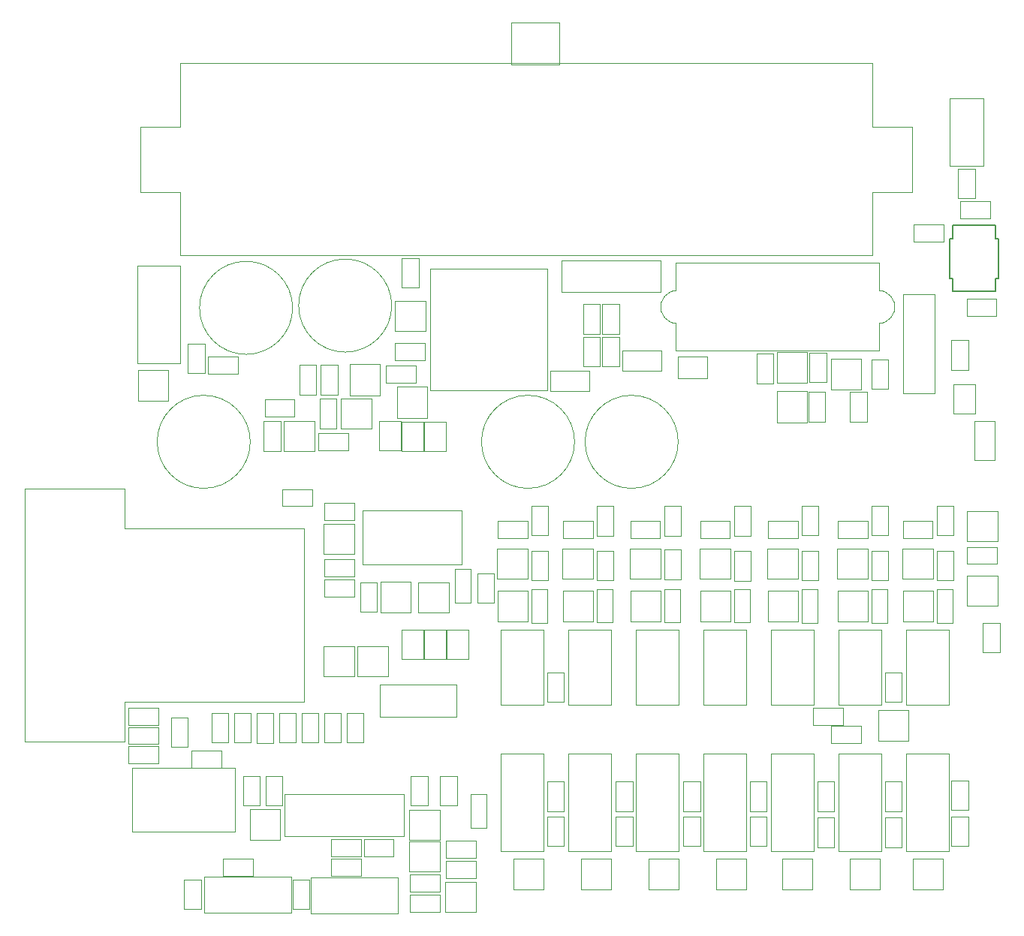
<source format=gbr>
G04 #@! TF.GenerationSoftware,KiCad,Pcbnew,5.1.10*
G04 #@! TF.CreationDate,2021-06-10T23:09:58+02:00*
G04 #@! TF.ProjectId,PlantCtrlESP32,506c616e-7443-4747-926c-45535033322e,rev?*
G04 #@! TF.SameCoordinates,Original*
G04 #@! TF.FileFunction,Other,User*
%FSLAX46Y46*%
G04 Gerber Fmt 4.6, Leading zero omitted, Abs format (unit mm)*
G04 Created by KiCad (PCBNEW 5.1.10) date 2021-06-10 23:09:58*
%MOMM*%
%LPD*%
G01*
G04 APERTURE LIST*
%ADD10C,0.050000*%
%ADD11C,0.152400*%
G04 APERTURE END LIST*
D10*
X200865000Y-83665000D02*
X200865000Y-80165000D01*
X204265000Y-83665000D02*
X200865000Y-83665000D01*
X204265000Y-80165000D02*
X204265000Y-83665000D01*
X200865000Y-80165000D02*
X204265000Y-80165000D01*
X196955000Y-94075000D02*
X196955000Y-100225000D01*
X208155000Y-94075000D02*
X196955000Y-94075000D01*
X208155000Y-100225000D02*
X208155000Y-94075000D01*
X196955000Y-100225000D02*
X208155000Y-100225000D01*
X203855000Y-87375000D02*
X203855000Y-84075000D01*
X203855000Y-87375000D02*
X206355000Y-87375000D01*
X206355000Y-84075000D02*
X203855000Y-84075000D01*
X206355000Y-84075000D02*
X206355000Y-87375000D01*
X198775000Y-87360000D02*
X198775000Y-84060000D01*
X198775000Y-87360000D02*
X201275000Y-87360000D01*
X201275000Y-84060000D02*
X198775000Y-84060000D01*
X201275000Y-84060000D02*
X201275000Y-87360000D01*
X201315000Y-87375000D02*
X201315000Y-84075000D01*
X201315000Y-87375000D02*
X203815000Y-87375000D01*
X203815000Y-84075000D02*
X201315000Y-84075000D01*
X203815000Y-84075000D02*
X203815000Y-87375000D01*
X206395000Y-110870000D02*
X206395000Y-107570000D01*
X206395000Y-110870000D02*
X208895000Y-110870000D01*
X208895000Y-107570000D02*
X206395000Y-107570000D01*
X208895000Y-107570000D02*
X208895000Y-110870000D01*
X201315000Y-110870000D02*
X201315000Y-107570000D01*
X201315000Y-110870000D02*
X203815000Y-110870000D01*
X203815000Y-107570000D02*
X201315000Y-107570000D01*
X203815000Y-107570000D02*
X203815000Y-110870000D01*
X203855000Y-110870000D02*
X203855000Y-107570000D01*
X203855000Y-110870000D02*
X206355000Y-110870000D01*
X206355000Y-107570000D02*
X203855000Y-107570000D01*
X206355000Y-107570000D02*
X206355000Y-110870000D01*
X192090000Y-84865000D02*
X192090000Y-81505000D01*
X193990000Y-84865000D02*
X192090000Y-84865000D01*
X193990000Y-81505000D02*
X193990000Y-84865000D01*
X192090000Y-81505000D02*
X193990000Y-81505000D01*
X191995000Y-85410000D02*
X195355000Y-85410000D01*
X191995000Y-87310000D02*
X191995000Y-85410000D01*
X195355000Y-87310000D02*
X191995000Y-87310000D01*
X195355000Y-85410000D02*
X195355000Y-87310000D01*
X189282500Y-83500000D02*
X185922500Y-83500000D01*
X189282500Y-81600000D02*
X189282500Y-83500000D01*
X185922500Y-81600000D02*
X189282500Y-81600000D01*
X185922500Y-83500000D02*
X185922500Y-81600000D01*
X185803500Y-87405000D02*
X185803500Y-84045000D01*
X187703500Y-87405000D02*
X185803500Y-87405000D01*
X187703500Y-84045000D02*
X187703500Y-87405000D01*
X185803500Y-84045000D02*
X187703500Y-84045000D01*
X196662000Y-105566000D02*
X196662000Y-102206000D01*
X198562000Y-105566000D02*
X196662000Y-105566000D01*
X198562000Y-102206000D02*
X198562000Y-105566000D01*
X196662000Y-102206000D02*
X198562000Y-102206000D01*
X192630000Y-101920000D02*
X195990000Y-101920000D01*
X192630000Y-103820000D02*
X192630000Y-101920000D01*
X195990000Y-103820000D02*
X192630000Y-103820000D01*
X195990000Y-101920000D02*
X195990000Y-103820000D01*
X192630000Y-93284000D02*
X195990000Y-93284000D01*
X192630000Y-95184000D02*
X192630000Y-93284000D01*
X195990000Y-95184000D02*
X192630000Y-95184000D01*
X195990000Y-93284000D02*
X195990000Y-95184000D01*
X192630000Y-99634000D02*
X195990000Y-99634000D01*
X192630000Y-101534000D02*
X192630000Y-99634000D01*
X195990000Y-101534000D02*
X192630000Y-101534000D01*
X195990000Y-99634000D02*
X195990000Y-101534000D01*
X197965000Y-84885000D02*
X194465000Y-84885000D01*
X197965000Y-81485000D02*
X197965000Y-84885000D01*
X194465000Y-81485000D02*
X197965000Y-81485000D01*
X194465000Y-84885000D02*
X194465000Y-81485000D01*
X198960000Y-105636000D02*
X198960000Y-102136000D01*
X202360000Y-105636000D02*
X198960000Y-105636000D01*
X202360000Y-102136000D02*
X202360000Y-105636000D01*
X198960000Y-102136000D02*
X202360000Y-102136000D01*
X188051500Y-84025000D02*
X191551500Y-84025000D01*
X188051500Y-87425000D02*
X188051500Y-84025000D01*
X191551500Y-87425000D02*
X188051500Y-87425000D01*
X191551500Y-84025000D02*
X191551500Y-87425000D01*
X192560000Y-95582000D02*
X196060000Y-95582000D01*
X192560000Y-98982000D02*
X192560000Y-95582000D01*
X196060000Y-98982000D02*
X192560000Y-98982000D01*
X196060000Y-95582000D02*
X196060000Y-98982000D01*
X199870000Y-112825000D02*
X196370000Y-112825000D01*
X199870000Y-109425000D02*
X199870000Y-112825000D01*
X196370000Y-109425000D02*
X199870000Y-109425000D01*
X196370000Y-112825000D02*
X196370000Y-109425000D01*
X203228000Y-102186000D02*
X206728000Y-102186000D01*
X203228000Y-105586000D02*
X203228000Y-102186000D01*
X206728000Y-105586000D02*
X203228000Y-105586000D01*
X206728000Y-102186000D02*
X206728000Y-105586000D01*
X196060000Y-112825000D02*
X192560000Y-112825000D01*
X196060000Y-109425000D02*
X196060000Y-112825000D01*
X192560000Y-109425000D02*
X196060000Y-109425000D01*
X192560000Y-112825000D02*
X192560000Y-109425000D01*
X187628000Y-127790000D02*
X187628000Y-131290000D01*
X184228000Y-127790000D02*
X187628000Y-127790000D01*
X184228000Y-131290000D02*
X184228000Y-127790000D01*
X187628000Y-131290000D02*
X184228000Y-131290000D01*
X205642000Y-137094000D02*
X202282000Y-137094000D01*
X205642000Y-135194000D02*
X205642000Y-137094000D01*
X202282000Y-135194000D02*
X205642000Y-135194000D01*
X202282000Y-137094000D02*
X202282000Y-135194000D01*
X205642000Y-139380000D02*
X202282000Y-139380000D01*
X205642000Y-137480000D02*
X205642000Y-139380000D01*
X202282000Y-137480000D02*
X205642000Y-137480000D01*
X202282000Y-139380000D02*
X202282000Y-137480000D01*
X206346000Y-133670000D02*
X209706000Y-133670000D01*
X206346000Y-135570000D02*
X206346000Y-133670000D01*
X209706000Y-135570000D02*
X206346000Y-135570000D01*
X209706000Y-133670000D02*
X209706000Y-135570000D01*
X206346000Y-131384000D02*
X209706000Y-131384000D01*
X206346000Y-133284000D02*
X206346000Y-131384000D01*
X209706000Y-133284000D02*
X206346000Y-133284000D01*
X209706000Y-131384000D02*
X209706000Y-133284000D01*
X185994000Y-127410000D02*
X185994000Y-124050000D01*
X187894000Y-127410000D02*
X185994000Y-127410000D01*
X187894000Y-124050000D02*
X187894000Y-127410000D01*
X185994000Y-124050000D02*
X187894000Y-124050000D01*
X183454000Y-127410000D02*
X183454000Y-124050000D01*
X185354000Y-127410000D02*
X183454000Y-127410000D01*
X185354000Y-124050000D02*
X185354000Y-127410000D01*
X183454000Y-124050000D02*
X185354000Y-124050000D01*
X205712000Y-134796000D02*
X202212000Y-134796000D01*
X205712000Y-131396000D02*
X205712000Y-134796000D01*
X202212000Y-131396000D02*
X205712000Y-131396000D01*
X202212000Y-134796000D02*
X202212000Y-131396000D01*
X206276000Y-135968000D02*
X209776000Y-135968000D01*
X206276000Y-139368000D02*
X206276000Y-135968000D01*
X209776000Y-139368000D02*
X206276000Y-139368000D01*
X209776000Y-135968000D02*
X209776000Y-139368000D01*
X202212000Y-127840000D02*
X205712000Y-127840000D01*
X202212000Y-131240000D02*
X202212000Y-127840000D01*
X205712000Y-131240000D02*
X202212000Y-131240000D01*
X205712000Y-127840000D02*
X205712000Y-131240000D01*
X188128000Y-130878000D02*
X201628000Y-130878000D01*
X188128000Y-126078000D02*
X188128000Y-130878000D01*
X201628000Y-126078000D02*
X188128000Y-126078000D01*
X201628000Y-130878000D02*
X201628000Y-126078000D01*
X197100000Y-133120000D02*
X197100000Y-131220000D01*
X197100000Y-131220000D02*
X200460000Y-131220000D01*
X200460000Y-131220000D02*
X200460000Y-133120000D01*
X200460000Y-133120000D02*
X197100000Y-133120000D01*
X223967000Y-70837000D02*
X225867000Y-70837000D01*
X225867000Y-70837000D02*
X225867000Y-74197000D01*
X225867000Y-74197000D02*
X223967000Y-74197000D01*
X223967000Y-74197000D02*
X223967000Y-70837000D01*
X223708000Y-74197000D02*
X221808000Y-74197000D01*
X221808000Y-74197000D02*
X221808000Y-70837000D01*
X221808000Y-70837000D02*
X223708000Y-70837000D01*
X223708000Y-70837000D02*
X223708000Y-74197000D01*
X223708000Y-77880000D02*
X221808000Y-77880000D01*
X221808000Y-77880000D02*
X221808000Y-74520000D01*
X221808000Y-74520000D02*
X223708000Y-74520000D01*
X223708000Y-74520000D02*
X223708000Y-77880000D01*
X207579000Y-127410000D02*
X205679000Y-127410000D01*
X205679000Y-127410000D02*
X205679000Y-124050000D01*
X205679000Y-124050000D02*
X207579000Y-124050000D01*
X207579000Y-124050000D02*
X207579000Y-127410000D01*
X179549000Y-78674000D02*
X179549000Y-76774000D01*
X179549000Y-76774000D02*
X182909000Y-76774000D01*
X182909000Y-76774000D02*
X182909000Y-78674000D01*
X182909000Y-78674000D02*
X179549000Y-78674000D01*
X204277000Y-127410000D02*
X202377000Y-127410000D01*
X202377000Y-127410000D02*
X202377000Y-124050000D01*
X202377000Y-124050000D02*
X204277000Y-124050000D01*
X204277000Y-124050000D02*
X204277000Y-127410000D01*
X179131000Y-78642000D02*
X177231000Y-78642000D01*
X177231000Y-78642000D02*
X177231000Y-75282000D01*
X177231000Y-75282000D02*
X179131000Y-75282000D01*
X179131000Y-75282000D02*
X179131000Y-78642000D01*
X265237000Y-131982000D02*
X263337000Y-131982000D01*
X263337000Y-131982000D02*
X263337000Y-128622000D01*
X263337000Y-128622000D02*
X265237000Y-128622000D01*
X265237000Y-128622000D02*
X265237000Y-131982000D01*
X257744000Y-132109000D02*
X255844000Y-132109000D01*
X255844000Y-132109000D02*
X255844000Y-128749000D01*
X255844000Y-128749000D02*
X257744000Y-128749000D01*
X257744000Y-128749000D02*
X257744000Y-132109000D01*
X250124000Y-132109000D02*
X248224000Y-132109000D01*
X248224000Y-132109000D02*
X248224000Y-128749000D01*
X248224000Y-128749000D02*
X250124000Y-128749000D01*
X250124000Y-128749000D02*
X250124000Y-132109000D01*
X242504000Y-131982000D02*
X240604000Y-131982000D01*
X240604000Y-131982000D02*
X240604000Y-128622000D01*
X240604000Y-128622000D02*
X242504000Y-128622000D01*
X242504000Y-128622000D02*
X242504000Y-131982000D01*
X235011000Y-131982000D02*
X233111000Y-131982000D01*
X233111000Y-131982000D02*
X233111000Y-128622000D01*
X233111000Y-128622000D02*
X235011000Y-128622000D01*
X235011000Y-128622000D02*
X235011000Y-131982000D01*
X227391000Y-131982000D02*
X225491000Y-131982000D01*
X225491000Y-131982000D02*
X225491000Y-128622000D01*
X225491000Y-128622000D02*
X227391000Y-128622000D01*
X227391000Y-128622000D02*
X227391000Y-131982000D01*
X219644000Y-131982000D02*
X217744000Y-131982000D01*
X217744000Y-131982000D02*
X217744000Y-128622000D01*
X217744000Y-128622000D02*
X219644000Y-128622000D01*
X219644000Y-128622000D02*
X219644000Y-131982000D01*
X220150000Y-132540000D02*
X224950000Y-132540000D01*
X224950000Y-132540000D02*
X224950000Y-121540000D01*
X224950000Y-121540000D02*
X220150000Y-121540000D01*
X220150000Y-121540000D02*
X220150000Y-132540000D01*
X207540000Y-113770000D02*
X198890000Y-113770000D01*
X198890000Y-113770000D02*
X198890000Y-117370000D01*
X198890000Y-117370000D02*
X207540000Y-117370000D01*
X207540000Y-117370000D02*
X207540000Y-113770000D01*
X188880000Y-139520000D02*
X179080000Y-139520000D01*
X179080000Y-139520000D02*
X179080000Y-135420000D01*
X179080000Y-135420000D02*
X188880000Y-135420000D01*
X188880000Y-135420000D02*
X188880000Y-139520000D01*
X200924500Y-139565600D02*
X191124500Y-139565600D01*
X191124500Y-139565600D02*
X191124500Y-135465600D01*
X191124500Y-135465600D02*
X200924500Y-135465600D01*
X200924500Y-135465600D02*
X200924500Y-139565600D01*
X220856000Y-86360000D02*
G75*
G03*
X220856000Y-86360000I-5250000J0D01*
G01*
X171655000Y-81760000D02*
X171655000Y-78260000D01*
X175055000Y-81760000D02*
X171655000Y-81760000D01*
X175055000Y-78260000D02*
X175055000Y-81760000D01*
X171655000Y-78260000D02*
X175055000Y-78260000D01*
X263545000Y-83184000D02*
X263545000Y-79884000D01*
X263545000Y-83184000D02*
X266045000Y-83184000D01*
X266045000Y-79884000D02*
X263545000Y-79884000D01*
X266045000Y-79884000D02*
X266045000Y-83184000D01*
X257915000Y-80901000D02*
X257915000Y-69701000D01*
X261465000Y-80901000D02*
X257915000Y-80901000D01*
X261465000Y-69701000D02*
X261465000Y-80901000D01*
X257915000Y-69701000D02*
X261465000Y-69701000D01*
X251907000Y-80743000D02*
X253807000Y-80743000D01*
X253807000Y-80743000D02*
X253807000Y-84103000D01*
X253807000Y-84103000D02*
X251907000Y-84103000D01*
X251907000Y-84103000D02*
X251907000Y-80743000D01*
X247335000Y-76298000D02*
X249235000Y-76298000D01*
X249235000Y-76298000D02*
X249235000Y-79658000D01*
X249235000Y-79658000D02*
X247335000Y-79658000D01*
X247335000Y-79658000D02*
X247335000Y-76298000D01*
X243266000Y-79785000D02*
X241366000Y-79785000D01*
X241366000Y-79785000D02*
X241366000Y-76425000D01*
X241366000Y-76425000D02*
X243266000Y-76425000D01*
X243266000Y-76425000D02*
X243266000Y-79785000D01*
X202975000Y-77790000D02*
X202975000Y-79690000D01*
X202975000Y-79690000D02*
X199615000Y-79690000D01*
X199615000Y-79690000D02*
X199615000Y-77790000D01*
X199615000Y-77790000D02*
X202975000Y-77790000D01*
X266893000Y-106778000D02*
X268793000Y-106778000D01*
X268793000Y-106778000D02*
X268793000Y-110138000D01*
X268793000Y-110138000D02*
X266893000Y-110138000D01*
X266893000Y-110138000D02*
X266893000Y-106778000D01*
X243664000Y-80673000D02*
X247064000Y-80673000D01*
X247064000Y-80673000D02*
X247064000Y-84173000D01*
X247064000Y-84173000D02*
X243664000Y-84173000D01*
X243664000Y-84173000D02*
X243664000Y-80673000D01*
X184280000Y-86360000D02*
G75*
G03*
X184280000Y-86360000I-5250000J0D01*
G01*
X249108000Y-84103000D02*
X247208000Y-84103000D01*
X247208000Y-84103000D02*
X247208000Y-80743000D01*
X247208000Y-80743000D02*
X249108000Y-80743000D01*
X249108000Y-80743000D02*
X249108000Y-84103000D01*
X210958000Y-129896000D02*
X209158000Y-129896000D01*
X209158000Y-129896000D02*
X209158000Y-126136000D01*
X209158000Y-126136000D02*
X210958000Y-126136000D01*
X210958000Y-126136000D02*
X210958000Y-129896000D01*
X256220000Y-80420000D02*
X254320000Y-80420000D01*
X254320000Y-80420000D02*
X254320000Y-77060000D01*
X254320000Y-77060000D02*
X256220000Y-77060000D01*
X256220000Y-77060000D02*
X256220000Y-80420000D01*
X251108000Y-116398000D02*
X251108000Y-118298000D01*
X251108000Y-118298000D02*
X247748000Y-118298000D01*
X247748000Y-118298000D02*
X247748000Y-116398000D01*
X247748000Y-116398000D02*
X251108000Y-116398000D01*
X189804000Y-77695000D02*
X191704000Y-77695000D01*
X191704000Y-77695000D02*
X191704000Y-81055000D01*
X191704000Y-81055000D02*
X189804000Y-81055000D01*
X189804000Y-81055000D02*
X189804000Y-77695000D01*
X265237000Y-127918000D02*
X263337000Y-127918000D01*
X263337000Y-127918000D02*
X263337000Y-124558000D01*
X263337000Y-124558000D02*
X265237000Y-124558000D01*
X265237000Y-124558000D02*
X265237000Y-127918000D01*
X268430800Y-70246200D02*
X268430800Y-72146200D01*
X268430800Y-72146200D02*
X265070800Y-72146200D01*
X265070800Y-72146200D02*
X265070800Y-70246200D01*
X265070800Y-70246200D02*
X268430800Y-70246200D01*
X261686000Y-93570000D02*
X263586000Y-93570000D01*
X263586000Y-93570000D02*
X263586000Y-96930000D01*
X263586000Y-96930000D02*
X261686000Y-96930000D01*
X261686000Y-96930000D02*
X261686000Y-93570000D01*
X257744000Y-128045000D02*
X255844000Y-128045000D01*
X255844000Y-128045000D02*
X255844000Y-124685000D01*
X255844000Y-124685000D02*
X257744000Y-124685000D01*
X257744000Y-124685000D02*
X257744000Y-128045000D01*
X254320000Y-93570000D02*
X256220000Y-93570000D01*
X256220000Y-93570000D02*
X256220000Y-96930000D01*
X256220000Y-96930000D02*
X254320000Y-96930000D01*
X254320000Y-96930000D02*
X254320000Y-93570000D01*
X250124000Y-128045000D02*
X248224000Y-128045000D01*
X248224000Y-128045000D02*
X248224000Y-124685000D01*
X248224000Y-124685000D02*
X250124000Y-124685000D01*
X250124000Y-124685000D02*
X250124000Y-128045000D01*
X246446000Y-93570000D02*
X248346000Y-93570000D01*
X248346000Y-93570000D02*
X248346000Y-96930000D01*
X248346000Y-96930000D02*
X246446000Y-96930000D01*
X246446000Y-96930000D02*
X246446000Y-93570000D01*
X242504000Y-128045000D02*
X240604000Y-128045000D01*
X240604000Y-128045000D02*
X240604000Y-124685000D01*
X240604000Y-124685000D02*
X242504000Y-124685000D01*
X242504000Y-124685000D02*
X242504000Y-128045000D01*
X238826000Y-93586000D02*
X240726000Y-93586000D01*
X240726000Y-93586000D02*
X240726000Y-96946000D01*
X240726000Y-96946000D02*
X238826000Y-96946000D01*
X238826000Y-96946000D02*
X238826000Y-93586000D01*
X235011000Y-128045000D02*
X233111000Y-128045000D01*
X233111000Y-128045000D02*
X233111000Y-124685000D01*
X233111000Y-124685000D02*
X235011000Y-124685000D01*
X235011000Y-124685000D02*
X235011000Y-128045000D01*
X230952000Y-93586000D02*
X232852000Y-93586000D01*
X232852000Y-93586000D02*
X232852000Y-96946000D01*
X232852000Y-96946000D02*
X230952000Y-96946000D01*
X230952000Y-96946000D02*
X230952000Y-93586000D01*
X227391000Y-128029000D02*
X225491000Y-128029000D01*
X225491000Y-128029000D02*
X225491000Y-124669000D01*
X225491000Y-124669000D02*
X227391000Y-124669000D01*
X227391000Y-124669000D02*
X227391000Y-128029000D01*
X223332000Y-93586000D02*
X225232000Y-93586000D01*
X225232000Y-93586000D02*
X225232000Y-96946000D01*
X225232000Y-96946000D02*
X223332000Y-96946000D01*
X223332000Y-96946000D02*
X223332000Y-93586000D01*
X219644000Y-128029000D02*
X217744000Y-128029000D01*
X217744000Y-128029000D02*
X217744000Y-124669000D01*
X217744000Y-124669000D02*
X219644000Y-124669000D01*
X219644000Y-124669000D02*
X219644000Y-128029000D01*
X215966000Y-93570000D02*
X217866000Y-93570000D01*
X217866000Y-93570000D02*
X217866000Y-96930000D01*
X217866000Y-96930000D02*
X215966000Y-96930000D01*
X215966000Y-96930000D02*
X215966000Y-93570000D01*
X175326000Y-117446000D02*
X177226000Y-117446000D01*
X177226000Y-117446000D02*
X177226000Y-120806000D01*
X177226000Y-120806000D02*
X175326000Y-120806000D01*
X175326000Y-120806000D02*
X175326000Y-117446000D01*
X181200000Y-135316000D02*
X181200000Y-133416000D01*
X181200000Y-133416000D02*
X184560000Y-133416000D01*
X184560000Y-133416000D02*
X184560000Y-135316000D01*
X184560000Y-135316000D02*
X181200000Y-135316000D01*
X209870000Y-101190000D02*
X211770000Y-101190000D01*
X211770000Y-101190000D02*
X211770000Y-104550000D01*
X211770000Y-104550000D02*
X209870000Y-104550000D01*
X209870000Y-104550000D02*
X209870000Y-101190000D01*
X268507000Y-98237000D02*
X268507000Y-100137000D01*
X268507000Y-100137000D02*
X265147000Y-100137000D01*
X265147000Y-100137000D02*
X265147000Y-98237000D01*
X265147000Y-98237000D02*
X268507000Y-98237000D01*
X200631000Y-77150000D02*
X200631000Y-75250000D01*
X200631000Y-75250000D02*
X203991000Y-75250000D01*
X203991000Y-75250000D02*
X203991000Y-77150000D01*
X203991000Y-77150000D02*
X200631000Y-77150000D01*
X249780000Y-120330000D02*
X249780000Y-118430000D01*
X249780000Y-118430000D02*
X253140000Y-118430000D01*
X253140000Y-118430000D02*
X253140000Y-120330000D01*
X253140000Y-120330000D02*
X249780000Y-120330000D01*
X192217000Y-77695000D02*
X194117000Y-77695000D01*
X194117000Y-77695000D02*
X194117000Y-81055000D01*
X194117000Y-81055000D02*
X192217000Y-81055000D01*
X192217000Y-81055000D02*
X192217000Y-77695000D01*
X261252000Y-95316000D02*
X261252000Y-97216000D01*
X261252000Y-97216000D02*
X257892000Y-97216000D01*
X257892000Y-97216000D02*
X257892000Y-95316000D01*
X257892000Y-95316000D02*
X261252000Y-95316000D01*
X261686000Y-98634000D02*
X263586000Y-98634000D01*
X263586000Y-98634000D02*
X263586000Y-101994000D01*
X263586000Y-101994000D02*
X261686000Y-101994000D01*
X261686000Y-101994000D02*
X261686000Y-98634000D01*
X238392000Y-95316000D02*
X238392000Y-97216000D01*
X238392000Y-97216000D02*
X235032000Y-97216000D01*
X235032000Y-97216000D02*
X235032000Y-95316000D01*
X235032000Y-95316000D02*
X238392000Y-95316000D01*
X238826000Y-98666000D02*
X240726000Y-98666000D01*
X240726000Y-98666000D02*
X240726000Y-102026000D01*
X240726000Y-102026000D02*
X238826000Y-102026000D01*
X238826000Y-102026000D02*
X238826000Y-98666000D01*
X253902000Y-95316000D02*
X253902000Y-97216000D01*
X253902000Y-97216000D02*
X250542000Y-97216000D01*
X250542000Y-97216000D02*
X250542000Y-95316000D01*
X250542000Y-95316000D02*
X253902000Y-95316000D01*
X254320000Y-98650000D02*
X256220000Y-98650000D01*
X256220000Y-98650000D02*
X256220000Y-102010000D01*
X256220000Y-102010000D02*
X254320000Y-102010000D01*
X254320000Y-102010000D02*
X254320000Y-98650000D01*
X230518000Y-95316000D02*
X230518000Y-97216000D01*
X230518000Y-97216000D02*
X227158000Y-97216000D01*
X227158000Y-97216000D02*
X227158000Y-95316000D01*
X227158000Y-95316000D02*
X230518000Y-95316000D01*
X230952000Y-98523000D02*
X232852000Y-98523000D01*
X232852000Y-98523000D02*
X232852000Y-101883000D01*
X232852000Y-101883000D02*
X230952000Y-101883000D01*
X230952000Y-101883000D02*
X230952000Y-98523000D01*
X246028000Y-95316000D02*
X246028000Y-97216000D01*
X246028000Y-97216000D02*
X242668000Y-97216000D01*
X242668000Y-97216000D02*
X242668000Y-95316000D01*
X242668000Y-95316000D02*
X246028000Y-95316000D01*
X246446000Y-98650000D02*
X248346000Y-98650000D01*
X248346000Y-98650000D02*
X248346000Y-102010000D01*
X248346000Y-102010000D02*
X246446000Y-102010000D01*
X246446000Y-102010000D02*
X246446000Y-98650000D01*
X219554000Y-97216000D02*
X219554000Y-95316000D01*
X219554000Y-95316000D02*
X222914000Y-95316000D01*
X222914000Y-95316000D02*
X222914000Y-97216000D01*
X222914000Y-97216000D02*
X219554000Y-97216000D01*
X223332000Y-98650000D02*
X225232000Y-98650000D01*
X225232000Y-98650000D02*
X225232000Y-102010000D01*
X225232000Y-102010000D02*
X223332000Y-102010000D01*
X223332000Y-102010000D02*
X223332000Y-98650000D01*
X215548000Y-95316000D02*
X215548000Y-97216000D01*
X215548000Y-97216000D02*
X212188000Y-97216000D01*
X212188000Y-97216000D02*
X212188000Y-95316000D01*
X212188000Y-95316000D02*
X215548000Y-95316000D01*
X215966000Y-98650000D02*
X217866000Y-98650000D01*
X217866000Y-98650000D02*
X217866000Y-102010000D01*
X217866000Y-102010000D02*
X215966000Y-102010000D01*
X215966000Y-102010000D02*
X215966000Y-98650000D01*
X263337000Y-74901000D02*
X265237000Y-74901000D01*
X265237000Y-74901000D02*
X265237000Y-78261000D01*
X265237000Y-78261000D02*
X263337000Y-78261000D01*
X263337000Y-78261000D02*
X263337000Y-74901000D01*
X264124400Y-55555200D02*
X266024400Y-55555200D01*
X266024400Y-55555200D02*
X266024400Y-58915200D01*
X266024400Y-58915200D02*
X264124400Y-58915200D01*
X264124400Y-58915200D02*
X264124400Y-55555200D01*
X193400000Y-133120000D02*
X193400000Y-131220000D01*
X193400000Y-131220000D02*
X196760000Y-131220000D01*
X196760000Y-131220000D02*
X196760000Y-133120000D01*
X196760000Y-133120000D02*
X193400000Y-133120000D01*
X193392000Y-135316000D02*
X193392000Y-133416000D01*
X193392000Y-133416000D02*
X196752000Y-133416000D01*
X196752000Y-133416000D02*
X196752000Y-135316000D01*
X196752000Y-135316000D02*
X193392000Y-135316000D01*
X253160000Y-80490000D02*
X249760000Y-80490000D01*
X249760000Y-80490000D02*
X249760000Y-76990000D01*
X249760000Y-76990000D02*
X253160000Y-76990000D01*
X253160000Y-76990000D02*
X253160000Y-80490000D01*
X268577000Y-101424000D02*
X268577000Y-104824000D01*
X268577000Y-104824000D02*
X265077000Y-104824000D01*
X265077000Y-104824000D02*
X265077000Y-101424000D01*
X265077000Y-101424000D02*
X268577000Y-101424000D01*
X200561000Y-73836000D02*
X200561000Y-70436000D01*
X200561000Y-70436000D02*
X204061000Y-70436000D01*
X204061000Y-70436000D02*
X204061000Y-73836000D01*
X204061000Y-73836000D02*
X200561000Y-73836000D01*
X255094000Y-116614000D02*
X258494000Y-116614000D01*
X258494000Y-116614000D02*
X258494000Y-120114000D01*
X258494000Y-120114000D02*
X255094000Y-120114000D01*
X255094000Y-120114000D02*
X255094000Y-116614000D01*
X195531000Y-77625000D02*
X198931000Y-77625000D01*
X198931000Y-77625000D02*
X198931000Y-81125000D01*
X198931000Y-81125000D02*
X195531000Y-81125000D01*
X195531000Y-81125000D02*
X195531000Y-77625000D01*
X261338000Y-98376000D02*
X261338000Y-101776000D01*
X261338000Y-101776000D02*
X257838000Y-101776000D01*
X257838000Y-101776000D02*
X257838000Y-98376000D01*
X257838000Y-98376000D02*
X261338000Y-98376000D01*
X238478000Y-98376000D02*
X238478000Y-101776000D01*
X238478000Y-101776000D02*
X234978000Y-101776000D01*
X234978000Y-101776000D02*
X234978000Y-98376000D01*
X234978000Y-98376000D02*
X238478000Y-98376000D01*
X253972000Y-98376000D02*
X253972000Y-101776000D01*
X253972000Y-101776000D02*
X250472000Y-101776000D01*
X250472000Y-101776000D02*
X250472000Y-98376000D01*
X250472000Y-98376000D02*
X253972000Y-98376000D01*
X230604000Y-98376000D02*
X230604000Y-101776000D01*
X230604000Y-101776000D02*
X227104000Y-101776000D01*
X227104000Y-101776000D02*
X227104000Y-98376000D01*
X227104000Y-98376000D02*
X230604000Y-98376000D01*
X246098000Y-98376000D02*
X246098000Y-101776000D01*
X246098000Y-101776000D02*
X242598000Y-101776000D01*
X242598000Y-101776000D02*
X242598000Y-98376000D01*
X242598000Y-98376000D02*
X246098000Y-98376000D01*
X222984000Y-98376000D02*
X222984000Y-101776000D01*
X222984000Y-101776000D02*
X219484000Y-101776000D01*
X219484000Y-101776000D02*
X219484000Y-98376000D01*
X219484000Y-98376000D02*
X222984000Y-98376000D01*
X215618000Y-98376000D02*
X215618000Y-101776000D01*
X215618000Y-101776000D02*
X212118000Y-101776000D01*
X212118000Y-101776000D02*
X212118000Y-98376000D01*
X212118000Y-98376000D02*
X215618000Y-98376000D01*
X209180000Y-104496000D02*
X207380000Y-104496000D01*
X207380000Y-104496000D02*
X207380000Y-100736000D01*
X207380000Y-100736000D02*
X209180000Y-100736000D01*
X209180000Y-100736000D02*
X209180000Y-104496000D01*
X263536000Y-106782000D02*
X261736000Y-106782000D01*
X261736000Y-106782000D02*
X261736000Y-103022000D01*
X261736000Y-103022000D02*
X263536000Y-103022000D01*
X263536000Y-103022000D02*
X263536000Y-106782000D01*
X240676000Y-106745500D02*
X238876000Y-106745500D01*
X238876000Y-106745500D02*
X238876000Y-102985500D01*
X238876000Y-102985500D02*
X240676000Y-102985500D01*
X240676000Y-102985500D02*
X240676000Y-106745500D01*
X256170000Y-106782000D02*
X254370000Y-106782000D01*
X254370000Y-106782000D02*
X254370000Y-103022000D01*
X254370000Y-103022000D02*
X256170000Y-103022000D01*
X256170000Y-103022000D02*
X256170000Y-106782000D01*
X232802000Y-106745500D02*
X231002000Y-106745500D01*
X231002000Y-106745500D02*
X231002000Y-102985500D01*
X231002000Y-102985500D02*
X232802000Y-102985500D01*
X232802000Y-102985500D02*
X232802000Y-106745500D01*
X248296000Y-106782000D02*
X246496000Y-106782000D01*
X246496000Y-106782000D02*
X246496000Y-103022000D01*
X246496000Y-103022000D02*
X248296000Y-103022000D01*
X248296000Y-103022000D02*
X248296000Y-106782000D01*
X225182000Y-106745500D02*
X223382000Y-106745500D01*
X223382000Y-106745500D02*
X223382000Y-102985500D01*
X223382000Y-102985500D02*
X225182000Y-102985500D01*
X225182000Y-102985500D02*
X225182000Y-106745500D01*
X217816000Y-106782000D02*
X216016000Y-106782000D01*
X216016000Y-106782000D02*
X216016000Y-103022000D01*
X216016000Y-103022000D02*
X217816000Y-103022000D01*
X217816000Y-103022000D02*
X217816000Y-106782000D01*
X262470800Y-61864200D02*
X262470800Y-63764200D01*
X262470800Y-63764200D02*
X259110800Y-63764200D01*
X259110800Y-63764200D02*
X259110800Y-61864200D01*
X259110800Y-61864200D02*
X262470800Y-61864200D01*
X264385000Y-61148000D02*
X264385000Y-59248000D01*
X264385000Y-59248000D02*
X267745000Y-59248000D01*
X267745000Y-59248000D02*
X267745000Y-61148000D01*
X267745000Y-61148000D02*
X264385000Y-61148000D01*
X177644000Y-123124000D02*
X177644000Y-121224000D01*
X177644000Y-121224000D02*
X181004000Y-121224000D01*
X181004000Y-121224000D02*
X181004000Y-123124000D01*
X181004000Y-123124000D02*
X177644000Y-123124000D01*
X178730000Y-139094000D02*
X176830000Y-139094000D01*
X176830000Y-139094000D02*
X176830000Y-135734000D01*
X176830000Y-135734000D02*
X178730000Y-135734000D01*
X178730000Y-135734000D02*
X178730000Y-139094000D01*
X170532000Y-118298000D02*
X170532000Y-116398000D01*
X170532000Y-116398000D02*
X173892000Y-116398000D01*
X173892000Y-116398000D02*
X173892000Y-118298000D01*
X173892000Y-118298000D02*
X170532000Y-118298000D01*
X255844000Y-112366000D02*
X257744000Y-112366000D01*
X257744000Y-112366000D02*
X257744000Y-115726000D01*
X257744000Y-115726000D02*
X255844000Y-115726000D01*
X255844000Y-115726000D02*
X255844000Y-112366000D01*
X173892000Y-118557000D02*
X173892000Y-120457000D01*
X173892000Y-120457000D02*
X170532000Y-120457000D01*
X170532000Y-120457000D02*
X170532000Y-118557000D01*
X170532000Y-118557000D02*
X173892000Y-118557000D01*
X217744000Y-112366000D02*
X219644000Y-112366000D01*
X219644000Y-112366000D02*
X219644000Y-115726000D01*
X219644000Y-115726000D02*
X217744000Y-115726000D01*
X217744000Y-115726000D02*
X217744000Y-112366000D01*
X173892000Y-120716000D02*
X173892000Y-122616000D01*
X173892000Y-122616000D02*
X170532000Y-122616000D01*
X170532000Y-122616000D02*
X170532000Y-120716000D01*
X170532000Y-120716000D02*
X173892000Y-120716000D01*
X225867000Y-77880000D02*
X223967000Y-77880000D01*
X223967000Y-77880000D02*
X223967000Y-74520000D01*
X223967000Y-74520000D02*
X225867000Y-74520000D01*
X225867000Y-74520000D02*
X225867000Y-77880000D01*
X203261000Y-68990000D02*
X201361000Y-68990000D01*
X201361000Y-68990000D02*
X201361000Y-65630000D01*
X201361000Y-65630000D02*
X203261000Y-65630000D01*
X203261000Y-65630000D02*
X203261000Y-68990000D01*
X197038000Y-120298000D02*
X195138000Y-120298000D01*
X195138000Y-120298000D02*
X195138000Y-116938000D01*
X195138000Y-116938000D02*
X197038000Y-116938000D01*
X197038000Y-116938000D02*
X197038000Y-120298000D01*
X194498000Y-120298000D02*
X192598000Y-120298000D01*
X192598000Y-120298000D02*
X192598000Y-116938000D01*
X192598000Y-116938000D02*
X194498000Y-116938000D01*
X194498000Y-116938000D02*
X194498000Y-120298000D01*
X191958000Y-120298000D02*
X190058000Y-120298000D01*
X190058000Y-120298000D02*
X190058000Y-116938000D01*
X190058000Y-116938000D02*
X191958000Y-116938000D01*
X191958000Y-116938000D02*
X191958000Y-120298000D01*
X189418000Y-120298000D02*
X187518000Y-120298000D01*
X187518000Y-120298000D02*
X187518000Y-116938000D01*
X187518000Y-116938000D02*
X189418000Y-116938000D01*
X189418000Y-116938000D02*
X189418000Y-120298000D01*
X186878000Y-120307000D02*
X184978000Y-120307000D01*
X184978000Y-120307000D02*
X184978000Y-116947000D01*
X184978000Y-116947000D02*
X186878000Y-116947000D01*
X186878000Y-116947000D02*
X186878000Y-120307000D01*
X184338000Y-120298000D02*
X182438000Y-120298000D01*
X182438000Y-120298000D02*
X182438000Y-116938000D01*
X182438000Y-116938000D02*
X184338000Y-116938000D01*
X184338000Y-116938000D02*
X184338000Y-120298000D01*
X181798000Y-120298000D02*
X179898000Y-120298000D01*
X179898000Y-120298000D02*
X179898000Y-116938000D01*
X179898000Y-116938000D02*
X181798000Y-116938000D01*
X181798000Y-116938000D02*
X181798000Y-120298000D01*
X187931000Y-93596500D02*
X187931000Y-91696500D01*
X187931000Y-91696500D02*
X191291000Y-91696500D01*
X191291000Y-91696500D02*
X191291000Y-93596500D01*
X191291000Y-93596500D02*
X187931000Y-93596500D01*
X190942000Y-139094000D02*
X189042000Y-139094000D01*
X189042000Y-139094000D02*
X189042000Y-135734000D01*
X189042000Y-135734000D02*
X190942000Y-135734000D01*
X190942000Y-135734000D02*
X190942000Y-139094000D01*
X243664000Y-76228000D02*
X247064000Y-76228000D01*
X247064000Y-76228000D02*
X247064000Y-79728000D01*
X247064000Y-79728000D02*
X243664000Y-79728000D01*
X243664000Y-79728000D02*
X243664000Y-76228000D01*
X189059000Y-71247000D02*
G75*
G03*
X189059000Y-71247000I-5250000J0D01*
G01*
X232540000Y-86360000D02*
G75*
G03*
X232540000Y-86360000I-5250000J0D01*
G01*
X200235000Y-70993000D02*
G75*
G03*
X200235000Y-70993000I-5250000J0D01*
G01*
X171906600Y-50828400D02*
X171906600Y-58188400D01*
X176376600Y-43678400D02*
X176376600Y-50828400D01*
X254436600Y-43678400D02*
X176376600Y-43678400D01*
X254436600Y-65338400D02*
X176376600Y-65338400D01*
X176376600Y-65338400D02*
X176376600Y-58188400D01*
X254436600Y-43678400D02*
X254436600Y-50828400D01*
X254436600Y-65338400D02*
X254436600Y-58188400D01*
X176376600Y-50828400D02*
X171906600Y-50828400D01*
X171906600Y-58188400D02*
X176376600Y-58188400D01*
X258906600Y-58188400D02*
X254436600Y-58188400D01*
X258906600Y-50828400D02*
X258906600Y-58188400D01*
X254436600Y-50828400D02*
X258906600Y-50828400D01*
X235838000Y-79228000D02*
X232538000Y-79228000D01*
X235838000Y-79228000D02*
X235838000Y-76728000D01*
X232538000Y-76728000D02*
X232538000Y-79228000D01*
X232538000Y-76728000D02*
X235838000Y-76728000D01*
X230557800Y-69491000D02*
X219357800Y-69491000D01*
X230557800Y-65941000D02*
X230557800Y-69491000D01*
X219357800Y-65941000D02*
X230557800Y-65941000D01*
X219357800Y-69491000D02*
X219357800Y-65941000D01*
X176369400Y-77519800D02*
X176369400Y-66519800D01*
X171569400Y-77519800D02*
X176369400Y-77519800D01*
X171569400Y-66519800D02*
X171569400Y-77519800D01*
X176369400Y-66519800D02*
X171569400Y-66519800D01*
D11*
X263512300Y-63411100D02*
X263512300Y-61950600D01*
X263182100Y-63411100D02*
X263512300Y-63411100D01*
X263182100Y-67906900D02*
X263182100Y-63411100D01*
X263512300Y-67906900D02*
X263182100Y-67906900D01*
X263512300Y-69367400D02*
X263512300Y-67906900D01*
X268363700Y-69367400D02*
X263512300Y-69367400D01*
X268363700Y-67906900D02*
X268363700Y-69367400D01*
X268693900Y-67906900D02*
X268363700Y-67906900D01*
X268693900Y-63411100D02*
X268693900Y-67906900D01*
X268363700Y-63411100D02*
X268693900Y-63411100D01*
X268363700Y-61950600D02*
X268363700Y-63411100D01*
X263512300Y-61950600D02*
X268363700Y-61950600D01*
D10*
X263129000Y-47615000D02*
X266969000Y-47615000D01*
X266969000Y-47615000D02*
X266969000Y-55255000D01*
X266969000Y-55255000D02*
X263129000Y-55255000D01*
X263129000Y-55255000D02*
X263129000Y-47615000D01*
X265931000Y-88433000D02*
X268231000Y-88433000D01*
X268231000Y-84033000D02*
X268231000Y-88433000D01*
X265931000Y-84033000D02*
X268231000Y-84033000D01*
X265931000Y-88433000D02*
X265931000Y-84033000D01*
X182599000Y-123131000D02*
X182599000Y-130361000D01*
X170969000Y-123131000D02*
X182599000Y-123131000D01*
X170969000Y-130361000D02*
X170969000Y-123131000D01*
X182599000Y-130361000D02*
X170969000Y-130361000D01*
X204601000Y-66800000D02*
X217801000Y-66800000D01*
X204601000Y-80520000D02*
X204601000Y-66800000D01*
X217801000Y-80520000D02*
X204601000Y-80520000D01*
X217801000Y-66800000D02*
X217801000Y-80520000D01*
X230673000Y-78366000D02*
X230673000Y-76066000D01*
X226273000Y-76066000D02*
X230673000Y-76066000D01*
X226273000Y-78366000D02*
X226273000Y-76066000D01*
X230673000Y-78366000D02*
X226273000Y-78366000D01*
X265077000Y-94185000D02*
X268577000Y-94185000D01*
X265077000Y-97585000D02*
X265077000Y-94185000D01*
X268577000Y-97585000D02*
X265077000Y-97585000D01*
X268577000Y-94185000D02*
X268577000Y-97585000D01*
X222545000Y-80652000D02*
X222545000Y-78352000D01*
X218145000Y-78352000D02*
X222545000Y-78352000D01*
X218145000Y-80652000D02*
X218145000Y-78352000D01*
X222545000Y-80652000D02*
X218145000Y-80652000D01*
X256866000Y-71570000D02*
X256466000Y-72370000D01*
X256466000Y-69870000D02*
X256866000Y-70670000D01*
X255416000Y-69270000D02*
X255166000Y-69270000D01*
X255766000Y-69370000D02*
X255416000Y-69270000D01*
X256466000Y-69870000D02*
X255766000Y-69370000D01*
X256866000Y-71570000D02*
X256866000Y-70670000D01*
X255766000Y-72870000D02*
X256466000Y-72370000D01*
X255416000Y-72970000D02*
X255766000Y-72870000D01*
X255166000Y-72970000D02*
X255416000Y-72970000D01*
X230966000Y-69870000D02*
X230566000Y-70670000D01*
X231666000Y-69370000D02*
X230966000Y-69870000D01*
X232016000Y-69270000D02*
X231666000Y-69370000D01*
X232266000Y-69270000D02*
X232016000Y-69270000D01*
X231666000Y-72870000D02*
X232016000Y-72970000D01*
X230966000Y-72370000D02*
X231666000Y-72870000D01*
X230566000Y-71570000D02*
X230966000Y-72370000D01*
X230566000Y-70670000D02*
X230566000Y-71570000D01*
X232266000Y-72970000D02*
X232016000Y-72970000D01*
X232266000Y-69270000D02*
X232266000Y-66170000D01*
X232266000Y-72970000D02*
X232266000Y-76070000D01*
X255166000Y-72970000D02*
X255166000Y-76070000D01*
X255166000Y-76070000D02*
X232266000Y-76070000D01*
X232266000Y-66170000D02*
X255166000Y-66170000D01*
X255166000Y-66170000D02*
X255166000Y-69270000D01*
X259031000Y-133378000D02*
X262431000Y-133378000D01*
X262431000Y-133378000D02*
X262431000Y-136878000D01*
X262431000Y-136878000D02*
X259031000Y-136878000D01*
X259031000Y-136878000D02*
X259031000Y-133378000D01*
X251919000Y-133378000D02*
X255319000Y-133378000D01*
X255319000Y-133378000D02*
X255319000Y-136878000D01*
X255319000Y-136878000D02*
X251919000Y-136878000D01*
X251919000Y-136878000D02*
X251919000Y-133378000D01*
X244299000Y-133378000D02*
X247699000Y-133378000D01*
X247699000Y-133378000D02*
X247699000Y-136878000D01*
X247699000Y-136878000D02*
X244299000Y-136878000D01*
X244299000Y-136878000D02*
X244299000Y-133378000D01*
X236806000Y-133378000D02*
X240206000Y-133378000D01*
X240206000Y-133378000D02*
X240206000Y-136878000D01*
X240206000Y-136878000D02*
X236806000Y-136878000D01*
X236806000Y-136878000D02*
X236806000Y-133378000D01*
X229186000Y-133378000D02*
X232586000Y-133378000D01*
X232586000Y-133378000D02*
X232586000Y-136878000D01*
X232586000Y-136878000D02*
X229186000Y-136878000D01*
X229186000Y-136878000D02*
X229186000Y-133378000D01*
X221566000Y-133378000D02*
X224966000Y-133378000D01*
X224966000Y-133378000D02*
X224966000Y-136878000D01*
X224966000Y-136878000D02*
X221566000Y-136878000D01*
X221566000Y-136878000D02*
X221566000Y-133378000D01*
X213946000Y-133378000D02*
X217346000Y-133378000D01*
X217346000Y-133378000D02*
X217346000Y-136878000D01*
X217346000Y-136878000D02*
X213946000Y-136878000D01*
X213946000Y-136878000D02*
X213946000Y-133378000D01*
X213678000Y-39053000D02*
X219138000Y-39053000D01*
X213678000Y-39053000D02*
X213678000Y-43793000D01*
X219138000Y-43793000D02*
X219138000Y-39053000D01*
X219138000Y-43793000D02*
X213678000Y-43793000D01*
X258250000Y-132540000D02*
X263050000Y-132540000D01*
X263050000Y-132540000D02*
X263050000Y-121540000D01*
X263050000Y-121540000D02*
X258250000Y-121540000D01*
X258250000Y-121540000D02*
X258250000Y-132540000D01*
X250630000Y-132540000D02*
X255430000Y-132540000D01*
X255430000Y-132540000D02*
X255430000Y-121540000D01*
X255430000Y-121540000D02*
X250630000Y-121540000D01*
X250630000Y-121540000D02*
X250630000Y-132540000D01*
X243010000Y-132540000D02*
X247810000Y-132540000D01*
X247810000Y-132540000D02*
X247810000Y-121540000D01*
X247810000Y-121540000D02*
X243010000Y-121540000D01*
X243010000Y-121540000D02*
X243010000Y-132540000D01*
X235390000Y-132540000D02*
X240190000Y-132540000D01*
X240190000Y-132540000D02*
X240190000Y-121540000D01*
X240190000Y-121540000D02*
X235390000Y-121540000D01*
X235390000Y-121540000D02*
X235390000Y-132540000D01*
X227770000Y-132540000D02*
X232570000Y-132540000D01*
X232570000Y-132540000D02*
X232570000Y-121540000D01*
X232570000Y-121540000D02*
X227770000Y-121540000D01*
X227770000Y-121540000D02*
X227770000Y-132540000D01*
X212530000Y-132540000D02*
X217330000Y-132540000D01*
X217330000Y-132540000D02*
X217330000Y-121540000D01*
X217330000Y-121540000D02*
X212530000Y-121540000D01*
X212530000Y-121540000D02*
X212530000Y-132540000D01*
X258250000Y-116030000D02*
X263050000Y-116030000D01*
X263050000Y-116030000D02*
X263050000Y-107530000D01*
X263050000Y-107530000D02*
X258250000Y-107530000D01*
X258250000Y-107530000D02*
X258250000Y-116030000D01*
X250630000Y-116030000D02*
X255430000Y-116030000D01*
X255430000Y-116030000D02*
X255430000Y-107530000D01*
X255430000Y-107530000D02*
X250630000Y-107530000D01*
X250630000Y-107530000D02*
X250630000Y-116030000D01*
X243010000Y-116030000D02*
X247810000Y-116030000D01*
X247810000Y-116030000D02*
X247810000Y-107530000D01*
X247810000Y-107530000D02*
X243010000Y-107530000D01*
X243010000Y-107530000D02*
X243010000Y-116030000D01*
X235390000Y-116030000D02*
X240190000Y-116030000D01*
X240190000Y-116030000D02*
X240190000Y-107530000D01*
X240190000Y-107530000D02*
X235390000Y-107530000D01*
X235390000Y-107530000D02*
X235390000Y-116030000D01*
X227770000Y-116030000D02*
X232570000Y-116030000D01*
X232570000Y-116030000D02*
X232570000Y-107530000D01*
X232570000Y-107530000D02*
X227770000Y-107530000D01*
X227770000Y-107530000D02*
X227770000Y-116030000D01*
X220150000Y-116030000D02*
X224950000Y-116030000D01*
X224950000Y-116030000D02*
X224950000Y-107530000D01*
X224950000Y-107530000D02*
X220150000Y-107530000D01*
X220150000Y-107530000D02*
X220150000Y-116030000D01*
X212530000Y-116030000D02*
X217330000Y-116030000D01*
X217330000Y-116030000D02*
X217330000Y-107530000D01*
X217330000Y-107530000D02*
X212530000Y-107530000D01*
X212530000Y-107530000D02*
X212530000Y-116030000D01*
X212168000Y-106652000D02*
X212168000Y-103152000D01*
X215568000Y-106652000D02*
X212168000Y-106652000D01*
X215568000Y-103152000D02*
X215568000Y-106652000D01*
X212168000Y-103152000D02*
X215568000Y-103152000D01*
X219534000Y-103152000D02*
X222934000Y-103152000D01*
X222934000Y-103152000D02*
X222934000Y-106652000D01*
X222934000Y-106652000D02*
X219534000Y-106652000D01*
X219534000Y-106652000D02*
X219534000Y-103152000D01*
X227154000Y-106652000D02*
X227154000Y-103152000D01*
X230554000Y-106652000D02*
X227154000Y-106652000D01*
X230554000Y-103152000D02*
X230554000Y-106652000D01*
X227154000Y-103152000D02*
X230554000Y-103152000D01*
X235028000Y-106652000D02*
X235028000Y-103152000D01*
X238428000Y-106652000D02*
X235028000Y-106652000D01*
X238428000Y-103152000D02*
X238428000Y-106652000D01*
X235028000Y-103152000D02*
X238428000Y-103152000D01*
X242648000Y-103152000D02*
X246048000Y-103152000D01*
X246048000Y-103152000D02*
X246048000Y-106652000D01*
X246048000Y-106652000D02*
X242648000Y-106652000D01*
X242648000Y-106652000D02*
X242648000Y-103152000D01*
X250522000Y-103152000D02*
X253922000Y-103152000D01*
X253922000Y-103152000D02*
X253922000Y-106652000D01*
X253922000Y-106652000D02*
X250522000Y-106652000D01*
X250522000Y-106652000D02*
X250522000Y-103152000D01*
X257888000Y-103152000D02*
X261288000Y-103152000D01*
X261288000Y-103152000D02*
X261288000Y-106652000D01*
X261288000Y-106652000D02*
X257888000Y-106652000D01*
X257888000Y-106652000D02*
X257888000Y-103152000D01*
X190332000Y-115668000D02*
X170112000Y-115668000D01*
X190332000Y-115668000D02*
X190332000Y-96168000D01*
X170112000Y-96168000D02*
X190332000Y-96168000D01*
X158832000Y-120168000D02*
X158832000Y-91668000D01*
X158832000Y-120168000D02*
X170112000Y-120168000D01*
X158832000Y-91668000D02*
X170112000Y-91668000D01*
X170112000Y-120168000D02*
X170112000Y-115668000D01*
X170112000Y-96168000D02*
X170112000Y-91668000D01*
M02*

</source>
